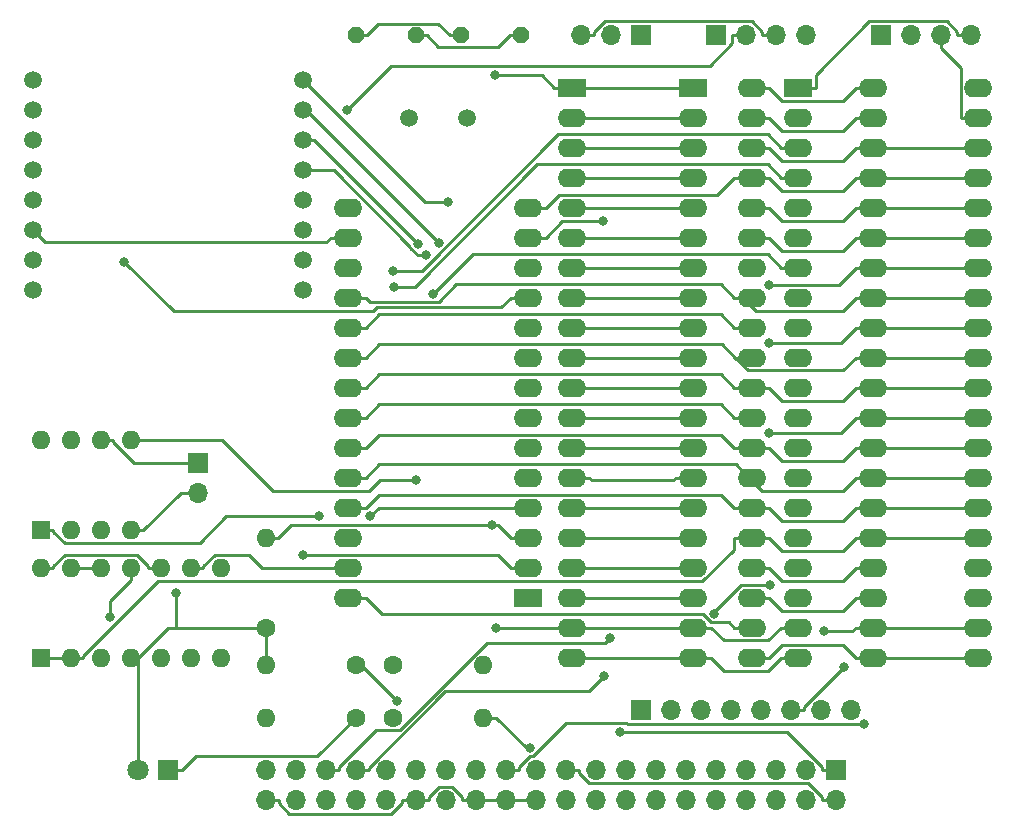
<source format=gtl>
G04 #@! TF.GenerationSoftware,KiCad,Pcbnew,(6.0.5)*
G04 #@! TF.CreationDate,2022-11-12T18:47:06+01:00*
G04 #@! TF.ProjectId,Link232-wifi,4c696e6b-3233-4322-9d77-6966692e6b69,rev?*
G04 #@! TF.SameCoordinates,Original*
G04 #@! TF.FileFunction,Copper,L1,Top*
G04 #@! TF.FilePolarity,Positive*
%FSLAX46Y46*%
G04 Gerber Fmt 4.6, Leading zero omitted, Abs format (unit mm)*
G04 Created by KiCad (PCBNEW (6.0.5)) date 2022-11-12 18:47:06*
%MOMM*%
%LPD*%
G01*
G04 APERTURE LIST*
G04 Aperture macros list*
%AMOutline5P*
0 Free polygon, 5 corners , with rotation*
0 The origin of the aperture is its center*
0 number of corners: always 5*
0 $1 to $10 corner X, Y*
0 $11 Rotation angle, in degrees counterclockwise*
0 create outline with 5 corners*
4,1,5,$1,$2,$3,$4,$5,$6,$7,$8,$9,$10,$1,$2,$11*%
%AMOutline6P*
0 Free polygon, 6 corners , with rotation*
0 The origin of the aperture is its center*
0 number of corners: always 6*
0 $1 to $12 corner X, Y*
0 $13 Rotation angle, in degrees counterclockwise*
0 create outline with 6 corners*
4,1,6,$1,$2,$3,$4,$5,$6,$7,$8,$9,$10,$11,$12,$1,$2,$13*%
%AMOutline7P*
0 Free polygon, 7 corners , with rotation*
0 The origin of the aperture is its center*
0 number of corners: always 7*
0 $1 to $14 corner X, Y*
0 $15 Rotation angle, in degrees counterclockwise*
0 create outline with 7 corners*
4,1,7,$1,$2,$3,$4,$5,$6,$7,$8,$9,$10,$11,$12,$13,$14,$1,$2,$15*%
%AMOutline8P*
0 Free polygon, 8 corners , with rotation*
0 The origin of the aperture is its center*
0 number of corners: always 8*
0 $1 to $16 corner X, Y*
0 $17 Rotation angle, in degrees counterclockwise*
0 create outline with 8 corners*
4,1,8,$1,$2,$3,$4,$5,$6,$7,$8,$9,$10,$11,$12,$13,$14,$15,$16,$1,$2,$17*%
G04 Aperture macros list end*
G04 #@! TA.AperFunction,ComponentPad*
%ADD10C,1.600000*%
G04 #@! TD*
G04 #@! TA.AperFunction,ComponentPad*
%ADD11O,1.600000X1.600000*%
G04 #@! TD*
G04 #@! TA.AperFunction,ComponentPad*
%ADD12R,1.700000X1.700000*%
G04 #@! TD*
G04 #@! TA.AperFunction,ComponentPad*
%ADD13O,1.700000X1.700000*%
G04 #@! TD*
G04 #@! TA.AperFunction,ComponentPad*
%ADD14R,1.600000X1.600000*%
G04 #@! TD*
G04 #@! TA.AperFunction,ComponentPad*
%ADD15R,2.400000X1.600000*%
G04 #@! TD*
G04 #@! TA.AperFunction,ComponentPad*
%ADD16O,2.400000X1.600000*%
G04 #@! TD*
G04 #@! TA.AperFunction,ComponentPad*
%ADD17Outline8P,-0.660400X0.330200X-0.330200X0.660400X0.330200X0.660400X0.660400X0.330200X0.660400X-0.330200X0.330200X-0.660400X-0.330200X-0.660400X-0.660400X-0.330200X180.000000*%
G04 #@! TD*
G04 #@! TA.AperFunction,ComponentPad*
%ADD18C,1.500000*%
G04 #@! TD*
G04 #@! TA.AperFunction,ComponentPad*
%ADD19R,1.800000X1.800000*%
G04 #@! TD*
G04 #@! TA.AperFunction,ComponentPad*
%ADD20C,1.800000*%
G04 #@! TD*
G04 #@! TA.AperFunction,ComponentPad*
%ADD21C,1.508000*%
G04 #@! TD*
G04 #@! TA.AperFunction,ViaPad*
%ADD22C,0.800000*%
G04 #@! TD*
G04 #@! TA.AperFunction,Conductor*
%ADD23C,0.250000*%
G04 #@! TD*
G04 APERTURE END LIST*
D10*
X83820000Y-95885000D03*
D11*
X91440000Y-95885000D03*
D12*
X104775000Y-95250000D03*
D13*
X107315000Y-95250000D03*
X109855000Y-95250000D03*
X112395000Y-95250000D03*
X114935000Y-95250000D03*
X117475000Y-95250000D03*
X120015000Y-95250000D03*
X122555000Y-95250000D03*
D14*
X53985000Y-80000000D03*
D11*
X56525000Y-80000000D03*
X59065000Y-80000000D03*
X61605000Y-80000000D03*
X61605000Y-72380000D03*
X59065000Y-72380000D03*
X56525000Y-72380000D03*
X53985000Y-72380000D03*
D10*
X73025000Y-88265000D03*
D11*
X73025000Y-80645000D03*
D10*
X80645000Y-91440000D03*
D11*
X73025000Y-91440000D03*
D12*
X111135000Y-38100000D03*
D13*
X113675000Y-38100000D03*
X116215000Y-38100000D03*
X118755000Y-38100000D03*
D12*
X125105000Y-38100000D03*
D13*
X127645000Y-38100000D03*
X130185000Y-38100000D03*
X132725000Y-38100000D03*
D15*
X98933000Y-42545000D03*
D16*
X98933000Y-45085000D03*
X98933000Y-47625000D03*
X98933000Y-50165000D03*
X98933000Y-52705000D03*
X98933000Y-55245000D03*
X98933000Y-57785000D03*
X98933000Y-60325000D03*
X98933000Y-62865000D03*
X98933000Y-65405000D03*
X98933000Y-67945000D03*
X98933000Y-70485000D03*
X98933000Y-73025000D03*
X98933000Y-75565000D03*
X98933000Y-78105000D03*
X98933000Y-80645000D03*
X98933000Y-83185000D03*
X98933000Y-85725000D03*
X98933000Y-88265000D03*
X98933000Y-90805000D03*
X114173000Y-90805000D03*
X114173000Y-88265000D03*
X114173000Y-85725000D03*
X114173000Y-83185000D03*
X114173000Y-80645000D03*
X114173000Y-78105000D03*
X114173000Y-75565000D03*
X114173000Y-73025000D03*
X114173000Y-70485000D03*
X114173000Y-67945000D03*
X114173000Y-65405000D03*
X114173000Y-62865000D03*
X114173000Y-60325000D03*
X114173000Y-57785000D03*
X114173000Y-55245000D03*
X114173000Y-52705000D03*
X114173000Y-50165000D03*
X114173000Y-47625000D03*
X114173000Y-45085000D03*
X114173000Y-42545000D03*
D15*
X118110000Y-42545000D03*
D16*
X118110000Y-45085000D03*
X118110000Y-47625000D03*
X118110000Y-50165000D03*
X118110000Y-52705000D03*
X118110000Y-55245000D03*
X118110000Y-57785000D03*
X118110000Y-60325000D03*
X118110000Y-62865000D03*
X118110000Y-65405000D03*
X118110000Y-67945000D03*
X118110000Y-70485000D03*
X118110000Y-73025000D03*
X118110000Y-75565000D03*
X118110000Y-78105000D03*
X118110000Y-80645000D03*
X118110000Y-83185000D03*
X118110000Y-85725000D03*
X118110000Y-88265000D03*
X118110000Y-90805000D03*
X133350000Y-90805000D03*
X133350000Y-88265000D03*
X133350000Y-85725000D03*
X133350000Y-83185000D03*
X133350000Y-80645000D03*
X133350000Y-78105000D03*
X133350000Y-75565000D03*
X133350000Y-73025000D03*
X133350000Y-70485000D03*
X133350000Y-67945000D03*
X133350000Y-65405000D03*
X133350000Y-62865000D03*
X133350000Y-60325000D03*
X133350000Y-57785000D03*
X133350000Y-55245000D03*
X133350000Y-52705000D03*
X133350000Y-50165000D03*
X133350000Y-47625000D03*
X133350000Y-45085000D03*
X133350000Y-42545000D03*
D17*
X94615000Y-38100000D03*
X89535000Y-38100000D03*
X85725000Y-38100000D03*
X80645000Y-38100000D03*
D18*
X90080000Y-45085000D03*
X85200000Y-45085000D03*
D15*
X95255000Y-85740000D03*
D16*
X95255000Y-83200000D03*
X95255000Y-80660000D03*
X95255000Y-78120000D03*
X95255000Y-75580000D03*
X95255000Y-73040000D03*
X95255000Y-70500000D03*
X95255000Y-67960000D03*
X95255000Y-65420000D03*
X95255000Y-62880000D03*
X95255000Y-60340000D03*
X95255000Y-57800000D03*
X95255000Y-55260000D03*
X95255000Y-52720000D03*
X80015000Y-52720000D03*
X80015000Y-55260000D03*
X80015000Y-57800000D03*
X80015000Y-60340000D03*
X80015000Y-62880000D03*
X80015000Y-65420000D03*
X80015000Y-67960000D03*
X80015000Y-70500000D03*
X80015000Y-73040000D03*
X80015000Y-75580000D03*
X80015000Y-78120000D03*
X80015000Y-80660000D03*
X80015000Y-83200000D03*
X80015000Y-85740000D03*
D14*
X53975000Y-90805000D03*
D11*
X56515000Y-90805000D03*
X59055000Y-90805000D03*
X61595000Y-90805000D03*
X64135000Y-90805000D03*
X66675000Y-90805000D03*
X69215000Y-90805000D03*
X69215000Y-83185000D03*
X66675000Y-83185000D03*
X64135000Y-83185000D03*
X61595000Y-83185000D03*
X59055000Y-83185000D03*
X56515000Y-83185000D03*
X53975000Y-83185000D03*
D10*
X80645000Y-95885000D03*
D11*
X73025000Y-95885000D03*
D10*
X83820000Y-91440000D03*
D11*
X91440000Y-91440000D03*
D19*
X64770000Y-100330000D03*
D20*
X62230000Y-100330000D03*
D21*
X53340000Y-41910000D03*
X53340000Y-44450000D03*
X53340000Y-46990000D03*
X53340000Y-49530000D03*
X53340000Y-52070000D03*
X53340000Y-54610000D03*
X53340000Y-57150000D03*
X53340000Y-59690000D03*
X76200000Y-41910000D03*
X76200000Y-44450000D03*
X76200000Y-46990000D03*
X76200000Y-49530000D03*
X76200000Y-52070000D03*
X76200000Y-54610000D03*
X76200000Y-57150000D03*
X76200000Y-59690000D03*
D12*
X121280000Y-100325000D03*
D13*
X121280000Y-102865000D03*
X118740000Y-100325000D03*
X118740000Y-102865000D03*
X116200000Y-100325000D03*
X116200000Y-102865000D03*
X113660000Y-100325000D03*
X113660000Y-102865000D03*
X111120000Y-100325000D03*
X111120000Y-102865000D03*
X108580000Y-100325000D03*
X108580000Y-102865000D03*
X106040000Y-100325000D03*
X106040000Y-102865000D03*
X103500000Y-100325000D03*
X103500000Y-102865000D03*
X100960000Y-100325000D03*
X100960000Y-102865000D03*
X98420000Y-100325000D03*
X98420000Y-102865000D03*
X95880000Y-100325000D03*
X95880000Y-102865000D03*
X93340000Y-100325000D03*
X93340000Y-102865000D03*
X90800000Y-100325000D03*
X90800000Y-102865000D03*
X88260000Y-100325000D03*
X88260000Y-102865000D03*
X85720000Y-100325000D03*
X85720000Y-102865000D03*
X83180000Y-100325000D03*
X83180000Y-102865000D03*
X80640000Y-100325000D03*
X80640000Y-102865000D03*
X78100000Y-100325000D03*
X78100000Y-102865000D03*
X75560000Y-100325000D03*
X75560000Y-102865000D03*
X73020000Y-100325000D03*
X73020000Y-102865000D03*
D12*
X104775000Y-38100000D03*
D13*
X102235000Y-38100000D03*
X99695000Y-38100000D03*
D15*
X109240000Y-42550000D03*
D16*
X109240000Y-45090000D03*
X109240000Y-47630000D03*
X109240000Y-50170000D03*
X109240000Y-52710000D03*
X109240000Y-55250000D03*
X109240000Y-57790000D03*
X109240000Y-60330000D03*
X109240000Y-62870000D03*
X109240000Y-65410000D03*
X109240000Y-67950000D03*
X109240000Y-70490000D03*
X109240000Y-73030000D03*
X109240000Y-75570000D03*
X109240000Y-78110000D03*
X109240000Y-80650000D03*
X109240000Y-83190000D03*
X109240000Y-85730000D03*
X109240000Y-88270000D03*
X109240000Y-90810000D03*
X124480000Y-90810000D03*
X124480000Y-88270000D03*
X124480000Y-85730000D03*
X124480000Y-83190000D03*
X124480000Y-80650000D03*
X124480000Y-78110000D03*
X124480000Y-75570000D03*
X124480000Y-73030000D03*
X124480000Y-70490000D03*
X124480000Y-67950000D03*
X124480000Y-65410000D03*
X124480000Y-62870000D03*
X124480000Y-60330000D03*
X124480000Y-57790000D03*
X124480000Y-55250000D03*
X124480000Y-52710000D03*
X124480000Y-50170000D03*
X124480000Y-47630000D03*
X124480000Y-45090000D03*
X124480000Y-42550000D03*
D12*
X67310000Y-74295000D03*
D13*
X67310000Y-76835000D03*
D22*
X92156200Y-79567400D03*
X77570000Y-78855200D03*
X115650700Y-59247200D03*
X103015300Y-97077600D03*
X81894000Y-78855200D03*
X92405200Y-41493500D03*
X76200000Y-82122200D03*
X65470600Y-85323200D03*
X85958200Y-55831200D03*
X86597300Y-56762300D03*
X87694500Y-55668500D03*
X61068200Y-57291000D03*
X88497600Y-52241500D03*
X101591500Y-53873900D03*
X115650700Y-64135000D03*
X115650700Y-71755000D03*
X120266500Y-88580900D03*
X79904000Y-44442600D03*
X59830500Y-87343500D03*
X92536300Y-88265000D03*
X85765000Y-75733700D03*
X83793500Y-58069800D03*
X83883800Y-59427700D03*
X123721000Y-96470600D03*
X87201900Y-60054100D03*
X101677000Y-92382400D03*
X102163900Y-89166600D03*
X115722600Y-84647200D03*
X110985300Y-87110100D03*
X121991400Y-91629100D03*
X95380600Y-98491600D03*
X84119500Y-94459900D03*
D23*
X74102700Y-80645000D02*
X75180300Y-79567400D01*
X92684700Y-79567400D02*
X92156200Y-79567400D01*
X95255000Y-80660000D02*
X93777300Y-80660000D01*
X73025000Y-80645000D02*
X74102700Y-80645000D01*
X75180300Y-79567400D02*
X92156200Y-79567400D01*
X93777300Y-80660000D02*
X92684700Y-79567400D01*
X82629200Y-78120000D02*
X81894000Y-78855200D01*
X133350000Y-57785000D02*
X125962700Y-57785000D01*
X67467600Y-81077700D02*
X56005600Y-81077700D01*
X121280000Y-100325000D02*
X120152300Y-100325000D01*
X117186800Y-97077600D02*
X120152300Y-100043100D01*
X55062700Y-80134800D02*
X55062700Y-80000000D01*
X124480000Y-57790000D02*
X125957700Y-57790000D01*
X123002300Y-57790000D02*
X121545100Y-59247200D01*
X53985000Y-80000000D02*
X55062700Y-80000000D01*
X120152300Y-100043100D02*
X120152300Y-100325000D01*
X125962700Y-57785000D02*
X125957700Y-57790000D01*
X124480000Y-57790000D02*
X123002300Y-57790000D01*
X69690100Y-78855200D02*
X67467600Y-81077700D01*
X77570000Y-78855200D02*
X69690100Y-78855200D01*
X103015300Y-97077600D02*
X117186800Y-97077600D01*
X121545100Y-59247200D02*
X115650700Y-59247200D01*
X95255000Y-78120000D02*
X82629200Y-78120000D01*
X56005600Y-81077700D02*
X55062700Y-80134800D01*
X64770000Y-100330000D02*
X65947700Y-100330000D01*
X67125400Y-99152300D02*
X77377700Y-99152300D01*
X65947700Y-100330000D02*
X67125400Y-99152300D01*
X77377700Y-99152300D02*
X80645000Y-95885000D01*
X118973600Y-101452700D02*
X120152300Y-102631400D01*
X88595600Y-38100000D02*
X87627500Y-37131900D01*
X86847700Y-102631300D02*
X86847700Y-102865000D01*
X121280000Y-102865000D02*
X120152300Y-102865000D01*
X85720000Y-102865000D02*
X84592300Y-102865000D01*
X98933000Y-42545000D02*
X97455300Y-42545000D01*
X120152300Y-102631400D02*
X120152300Y-102865000D01*
X99547700Y-100325000D02*
X99547700Y-100607000D01*
X92405200Y-41493500D02*
X96403800Y-41493500D01*
X124108900Y-36946100D02*
X130677000Y-36946100D01*
X65847700Y-76835000D02*
X62682700Y-80000000D01*
X88823400Y-101734200D02*
X87744800Y-101734200D01*
X85720000Y-102865000D02*
X86847700Y-102865000D01*
X107757300Y-42545000D02*
X107762300Y-42550000D01*
X98933000Y-42545000D02*
X107757300Y-42545000D01*
X67310000Y-76835000D02*
X65847700Y-76835000D01*
X130677000Y-36946100D02*
X131597300Y-37866400D01*
X98420000Y-100325000D02*
X99547700Y-100325000D01*
X132725000Y-38100000D02*
X131597300Y-38100000D01*
X89672300Y-102583100D02*
X88823400Y-101734200D01*
X131597300Y-37866400D02*
X131597300Y-38100000D01*
X74147700Y-102865000D02*
X74147700Y-103146900D01*
X87627500Y-37131900D02*
X82552500Y-37131900D01*
X80645000Y-38100000D02*
X81584400Y-38100000D01*
X84592300Y-103098600D02*
X84592300Y-102865000D01*
X93340000Y-102865000D02*
X90800000Y-102865000D01*
X118110000Y-42545000D02*
X119587700Y-42545000D01*
X82552500Y-37131900D02*
X81584400Y-38100000D01*
X75022200Y-104021400D02*
X83669500Y-104021400D01*
X93340000Y-102865000D02*
X95880000Y-102865000D01*
X96403800Y-41493500D02*
X97455300Y-42545000D01*
X90800000Y-102865000D02*
X89672300Y-102865000D01*
X99547700Y-100607000D02*
X100393400Y-101452700D01*
X61605000Y-80000000D02*
X62682700Y-80000000D01*
X119587700Y-41467300D02*
X124108900Y-36946100D01*
X83669500Y-104021400D02*
X84592300Y-103098600D01*
X73020000Y-102865000D02*
X74147700Y-102865000D01*
X109240000Y-42550000D02*
X107762300Y-42550000D01*
X119587700Y-42545000D02*
X119587700Y-41467300D01*
X89535000Y-38100000D02*
X88595600Y-38100000D01*
X87744800Y-101734200D02*
X86847700Y-102631300D01*
X100393400Y-101452700D02*
X118973600Y-101452700D01*
X89672300Y-102865000D02*
X89672300Y-102583100D01*
X74147700Y-103146900D02*
X75022200Y-104021400D01*
X94615000Y-38100000D02*
X93675600Y-38100000D01*
X95255000Y-83200000D02*
X93777300Y-83200000D01*
X73025000Y-88265000D02*
X65470600Y-88265000D01*
X93777300Y-83200000D02*
X92699500Y-82122200D01*
X65470600Y-88265000D02*
X64770000Y-88265000D01*
X93675600Y-38100000D02*
X92687500Y-39088100D01*
X109240000Y-90810000D02*
X110717700Y-90810000D01*
X109240000Y-90810000D02*
X107762300Y-90810000D01*
X118110000Y-90805000D02*
X116632300Y-90805000D01*
X62114200Y-82107200D02*
X56018800Y-82107200D01*
X85725000Y-38100000D02*
X86664400Y-38100000D01*
X63057300Y-83050300D02*
X62114200Y-82107200D01*
X64135000Y-83185000D02*
X63057300Y-83185000D01*
X56018800Y-82107200D02*
X55052700Y-83073300D01*
X64770000Y-88265000D02*
X62230000Y-90805000D01*
X53975000Y-83185000D02*
X55052700Y-83185000D01*
X111814800Y-91907100D02*
X110717700Y-90810000D01*
X63057300Y-83185000D02*
X63057300Y-83050300D01*
X61595000Y-90805000D02*
X62230000Y-90805000D01*
X65470600Y-88265000D02*
X65470600Y-85323200D01*
X116632300Y-90805000D02*
X115530200Y-91907100D01*
X115530200Y-91907100D02*
X111814800Y-91907100D01*
X55052700Y-83073300D02*
X55052700Y-83185000D01*
X107757300Y-90805000D02*
X107762300Y-90810000D01*
X92687500Y-39088100D02*
X87652500Y-39088100D01*
X73025000Y-91440000D02*
X73025000Y-90362300D01*
X73025000Y-88265000D02*
X73025000Y-90362300D01*
X92699500Y-82122200D02*
X76200000Y-82122200D01*
X87652500Y-39088100D02*
X86664400Y-38100000D01*
X98933000Y-90805000D02*
X107757300Y-90805000D01*
X62230000Y-100330000D02*
X62230000Y-90805000D01*
X56515000Y-83185000D02*
X59055000Y-83185000D01*
X76200000Y-46990000D02*
X77117000Y-46990000D01*
X77117000Y-46990000D02*
X85958200Y-55831200D01*
X85904000Y-56762300D02*
X86597300Y-56762300D01*
X85280400Y-56138700D02*
X85904000Y-56762300D01*
X85280400Y-56034800D02*
X85280400Y-56138700D01*
X78775600Y-49530000D02*
X85280400Y-56034800D01*
X76200000Y-49530000D02*
X78775600Y-49530000D01*
X76476000Y-44450000D02*
X76200000Y-44450000D01*
X87694500Y-55668500D02*
X76476000Y-44450000D01*
X82473600Y-61134500D02*
X92982800Y-61134500D01*
X65228400Y-61451200D02*
X82156900Y-61451200D01*
X92982800Y-61134500D02*
X93777300Y-60340000D01*
X95255000Y-60340000D02*
X93777300Y-60340000D01*
X61068200Y-57291000D02*
X65228400Y-61451200D01*
X82156900Y-61451200D02*
X82473600Y-61134500D01*
X86531500Y-52241500D02*
X76200000Y-41910000D01*
X88497600Y-52241500D02*
X86531500Y-52241500D01*
X125962700Y-47625000D02*
X125957700Y-47630000D01*
X121909500Y-48722800D02*
X116748500Y-48722800D01*
X123002300Y-47630000D02*
X121909500Y-48722800D01*
X114173000Y-47625000D02*
X115650700Y-47625000D01*
X96732700Y-55260000D02*
X98118800Y-53873900D01*
X133350000Y-47625000D02*
X125962700Y-47625000D01*
X98118800Y-53873900D02*
X101591500Y-53873900D01*
X95255000Y-55260000D02*
X96732700Y-55260000D01*
X124480000Y-47630000D02*
X123002300Y-47630000D01*
X124480000Y-47630000D02*
X125957700Y-47630000D01*
X116748500Y-48722800D02*
X115650700Y-47625000D01*
X133350000Y-50165000D02*
X125962700Y-50165000D01*
X111233100Y-51627200D02*
X112695300Y-50165000D01*
X116748500Y-51262800D02*
X115650700Y-50165000D01*
X97825500Y-51627200D02*
X111233100Y-51627200D01*
X123002300Y-50170000D02*
X121909500Y-51262800D01*
X124480000Y-50170000D02*
X123002300Y-50170000D01*
X114173000Y-50165000D02*
X112695300Y-50165000D01*
X124480000Y-50170000D02*
X125957700Y-50170000D01*
X114173000Y-50165000D02*
X115650700Y-50165000D01*
X125962700Y-50165000D02*
X125957700Y-50170000D01*
X96732700Y-52720000D02*
X97825500Y-51627200D01*
X121909500Y-51262800D02*
X116748500Y-51262800D01*
X95255000Y-52720000D02*
X96732700Y-52720000D01*
X78149800Y-55647500D02*
X54377500Y-55647500D01*
X78537300Y-55260000D02*
X78149800Y-55647500D01*
X54377500Y-55647500D02*
X53340000Y-54610000D01*
X80015000Y-55260000D02*
X78537300Y-55260000D01*
X125962700Y-60325000D02*
X125957700Y-60330000D01*
X81492700Y-60340000D02*
X81884500Y-60731800D01*
X87665100Y-60731800D02*
X89178700Y-59218200D01*
X133350000Y-60325000D02*
X125962700Y-60325000D01*
X124480000Y-60330000D02*
X123002300Y-60330000D01*
X111588500Y-59218200D02*
X112695300Y-60325000D01*
X81884500Y-60731800D02*
X87665100Y-60731800D01*
X113434200Y-60325000D02*
X112695300Y-60325000D01*
X124480000Y-60330000D02*
X125957700Y-60330000D01*
X114532000Y-61422800D02*
X121909500Y-61422800D01*
X114173000Y-60325000D02*
X113434200Y-60325000D01*
X121909500Y-61422800D02*
X123002300Y-60330000D01*
X80015000Y-60340000D02*
X81492700Y-60340000D01*
X89178700Y-59218200D02*
X111588500Y-59218200D01*
X113434200Y-60325000D02*
X114532000Y-61422800D01*
X82614500Y-61758200D02*
X111588500Y-61758200D01*
X81492700Y-62880000D02*
X82614500Y-61758200D01*
X131867300Y-62870000D02*
X131872300Y-62865000D01*
X124029700Y-62870000D02*
X123002300Y-62870000D01*
X80015000Y-62880000D02*
X81492700Y-62880000D01*
X123002300Y-62870000D02*
X121737300Y-64135000D01*
X124480000Y-62870000D02*
X131867300Y-62870000D01*
X121737300Y-64135000D02*
X115650700Y-64135000D01*
X124029700Y-62870000D02*
X124480000Y-62870000D01*
X133350000Y-62865000D02*
X131872300Y-62865000D01*
X111588500Y-61758200D02*
X112695300Y-62865000D01*
X114173000Y-62865000D02*
X112695300Y-62865000D01*
X112799600Y-65405000D02*
X113877300Y-66482700D01*
X124480000Y-65410000D02*
X125957700Y-65410000D01*
X121929600Y-66482700D02*
X123002300Y-65410000D01*
X80015000Y-65420000D02*
X81492700Y-65420000D01*
X82614500Y-64298200D02*
X81492700Y-65420000D01*
X125962700Y-65405000D02*
X125957700Y-65410000D01*
X133350000Y-65405000D02*
X125962700Y-65405000D01*
X112799600Y-65405000D02*
X111692800Y-64298200D01*
X111692800Y-64298200D02*
X82614500Y-64298200D01*
X113877300Y-66482700D02*
X121929600Y-66482700D01*
X124480000Y-65410000D02*
X123002300Y-65410000D01*
X114173000Y-65405000D02*
X112799600Y-65405000D01*
X125962700Y-67945000D02*
X125957700Y-67950000D01*
X82618500Y-66834200D02*
X111584500Y-66834200D01*
X115650700Y-67945000D02*
X116748500Y-69042800D01*
X114173000Y-67945000D02*
X115650700Y-67945000D01*
X116748500Y-69042800D02*
X121909500Y-69042800D01*
X133350000Y-67945000D02*
X125962700Y-67945000D01*
X121909500Y-69042800D02*
X123002300Y-67950000D01*
X124480000Y-67950000D02*
X125957700Y-67950000D01*
X81492700Y-67960000D02*
X82618500Y-66834200D01*
X80015000Y-67960000D02*
X81492700Y-67960000D01*
X114173000Y-67945000D02*
X112695300Y-67945000D01*
X124480000Y-67950000D02*
X123002300Y-67950000D01*
X111584500Y-66834200D02*
X112695300Y-67945000D01*
X123002300Y-70490000D02*
X121737300Y-71755000D01*
X124029700Y-70490000D02*
X123002300Y-70490000D01*
X133350000Y-70485000D02*
X131872300Y-70485000D01*
X82614500Y-69378200D02*
X111588500Y-69378200D01*
X80015000Y-70500000D02*
X81492700Y-70500000D01*
X114173000Y-70485000D02*
X112695300Y-70485000D01*
X81492700Y-70500000D02*
X82614500Y-69378200D01*
X111588500Y-69378200D02*
X112695300Y-70485000D01*
X124480000Y-70490000D02*
X131867300Y-70490000D01*
X121737300Y-71755000D02*
X115650700Y-71755000D01*
X131867300Y-70490000D02*
X131872300Y-70485000D01*
X124029700Y-70490000D02*
X124480000Y-70490000D01*
X115650700Y-73025000D02*
X116762500Y-74136800D01*
X114173000Y-73025000D02*
X115650700Y-73025000D01*
X125962700Y-73025000D02*
X125957700Y-73030000D01*
X80015000Y-73040000D02*
X81492700Y-73040000D01*
X111598600Y-71928300D02*
X112695300Y-73025000D01*
X124480000Y-73030000D02*
X125957700Y-73030000D01*
X81492700Y-73040000D02*
X82604400Y-71928300D01*
X133350000Y-73025000D02*
X125962700Y-73025000D01*
X121895500Y-74136800D02*
X123002300Y-73030000D01*
X114173000Y-73025000D02*
X112695300Y-73025000D01*
X82604400Y-71928300D02*
X111598600Y-71928300D01*
X124480000Y-73030000D02*
X123002300Y-73030000D01*
X116762500Y-74136800D02*
X121895500Y-74136800D01*
X133350000Y-75565000D02*
X125962700Y-75565000D01*
X80015000Y-75580000D02*
X81492700Y-75580000D01*
X121909500Y-76662800D02*
X123002300Y-75570000D01*
X114173000Y-75565000D02*
X113988900Y-75565000D01*
X125962700Y-75565000D02*
X125957700Y-75570000D01*
X113988900Y-75565000D02*
X112882000Y-74458100D01*
X82614600Y-74458100D02*
X81492700Y-75580000D01*
X124480000Y-75570000D02*
X125957700Y-75570000D01*
X115086700Y-76662800D02*
X121909500Y-76662800D01*
X124480000Y-75570000D02*
X123002300Y-75570000D01*
X112882000Y-74458100D02*
X82614600Y-74458100D01*
X113988900Y-75565000D02*
X115086700Y-76662800D01*
X124480000Y-78110000D02*
X125957700Y-78110000D01*
X114173000Y-78105000D02*
X115650700Y-78105000D01*
X81492700Y-78120000D02*
X82603400Y-77009300D01*
X111599600Y-77009300D02*
X112695300Y-78105000D01*
X121909500Y-79202800D02*
X116748500Y-79202800D01*
X125962700Y-78105000D02*
X125957700Y-78110000D01*
X80015000Y-78120000D02*
X81492700Y-78120000D01*
X116748500Y-79202800D02*
X115650700Y-78105000D01*
X123002300Y-78110000D02*
X121909500Y-79202800D01*
X124480000Y-78110000D02*
X123002300Y-78110000D01*
X114173000Y-78105000D02*
X112695300Y-78105000D01*
X82603400Y-77009300D02*
X111599600Y-77009300D01*
X133350000Y-78105000D02*
X125962700Y-78105000D01*
X124480000Y-88270000D02*
X125957700Y-88270000D01*
X110704600Y-87787800D02*
X112218100Y-87787800D01*
X133350000Y-88265000D02*
X125962700Y-88265000D01*
X80015000Y-85740000D02*
X81492700Y-85740000D01*
X110026900Y-87110100D02*
X110704600Y-87787800D01*
X124480000Y-88270000D02*
X123002300Y-88270000D01*
X82862800Y-87110100D02*
X110026900Y-87110100D01*
X122691400Y-88580900D02*
X120266500Y-88580900D01*
X123002300Y-88270000D02*
X122691400Y-88580900D01*
X125962700Y-88265000D02*
X125957700Y-88270000D01*
X112218100Y-87787800D02*
X112695300Y-88265000D01*
X114173000Y-88265000D02*
X112695300Y-88265000D01*
X81492700Y-85740000D02*
X82862800Y-87110100D01*
X133350000Y-80645000D02*
X125962700Y-80645000D01*
X116762500Y-81756800D02*
X121895500Y-81756800D01*
X56515000Y-90805000D02*
X53975000Y-90805000D01*
X124480000Y-80650000D02*
X125957700Y-80650000D01*
X114623400Y-80645000D02*
X115650700Y-80645000D01*
X114623400Y-80645000D02*
X114173000Y-80645000D01*
X57592700Y-90690900D02*
X57592700Y-90805000D01*
X112695300Y-81660900D02*
X110013100Y-84343100D01*
X125962700Y-80645000D02*
X125957700Y-80650000D01*
X115650700Y-80645000D02*
X116762500Y-81756800D01*
X56515000Y-90805000D02*
X57592700Y-90805000D01*
X63940500Y-84343100D02*
X57592700Y-90690900D01*
X110013100Y-84343100D02*
X63940500Y-84343100D01*
X114173000Y-80645000D02*
X112695300Y-80645000D01*
X121895500Y-81756800D02*
X123002300Y-80650000D01*
X112695300Y-80645000D02*
X112695300Y-81660900D01*
X124480000Y-80650000D02*
X123002300Y-80650000D01*
X59830500Y-86027200D02*
X59830500Y-87343500D01*
X61595000Y-84262700D02*
X59830500Y-86027200D01*
X110618000Y-40734100D02*
X83612500Y-40734100D01*
X113675000Y-38100000D02*
X112547300Y-38100000D01*
X112547300Y-38804800D02*
X110618000Y-40734100D01*
X112547300Y-38100000D02*
X112547300Y-38804800D01*
X61595000Y-83185000D02*
X61595000Y-84262700D01*
X83612500Y-40734100D02*
X79904000Y-44442600D01*
X68731200Y-82094800D02*
X71578900Y-82094800D01*
X80015000Y-83200000D02*
X78537300Y-83200000D01*
X67752700Y-83185000D02*
X67752700Y-83073300D01*
X72684100Y-83200000D02*
X78537300Y-83200000D01*
X66675000Y-83185000D02*
X67752700Y-83185000D01*
X71578900Y-82094800D02*
X72684100Y-83200000D01*
X67752700Y-83073300D02*
X68731200Y-82094800D01*
X107757300Y-45085000D02*
X107762300Y-45090000D01*
X98933000Y-45085000D02*
X107757300Y-45085000D01*
X109240000Y-45090000D02*
X107762300Y-45090000D01*
X109240000Y-47630000D02*
X107762300Y-47630000D01*
X107757300Y-47625000D02*
X107762300Y-47630000D01*
X98933000Y-47625000D02*
X107757300Y-47625000D01*
X109240000Y-50170000D02*
X107762300Y-50170000D01*
X98933000Y-50165000D02*
X107757300Y-50165000D01*
X107757300Y-50165000D02*
X107762300Y-50170000D01*
X98933000Y-52705000D02*
X107757300Y-52705000D01*
X107757300Y-52705000D02*
X107762300Y-52710000D01*
X109240000Y-52710000D02*
X107762300Y-52710000D01*
X109240000Y-55250000D02*
X107762300Y-55250000D01*
X107757300Y-55245000D02*
X107762300Y-55250000D01*
X98933000Y-55245000D02*
X107757300Y-55245000D01*
X107757300Y-57785000D02*
X107762300Y-57790000D01*
X98933000Y-57785000D02*
X107757300Y-57785000D01*
X109240000Y-57790000D02*
X107762300Y-57790000D01*
X107757300Y-60325000D02*
X107762300Y-60330000D01*
X98933000Y-60325000D02*
X107757300Y-60325000D01*
X109240000Y-60330000D02*
X107762300Y-60330000D01*
X107757300Y-62865000D02*
X107762300Y-62870000D01*
X98933000Y-62865000D02*
X107757300Y-62865000D01*
X109240000Y-62870000D02*
X107762300Y-62870000D01*
X109240000Y-65410000D02*
X107762300Y-65410000D01*
X98933000Y-65405000D02*
X107757300Y-65405000D01*
X107757300Y-65405000D02*
X107762300Y-65410000D01*
X107757300Y-67945000D02*
X107762300Y-67950000D01*
X98933000Y-67945000D02*
X107757300Y-67945000D01*
X109240000Y-67950000D02*
X107762300Y-67950000D01*
X107762300Y-70490000D02*
X107757300Y-70485000D01*
X98933000Y-70485000D02*
X100410700Y-70485000D01*
X109240000Y-70490000D02*
X107762300Y-70490000D01*
X107757300Y-70485000D02*
X100410700Y-70485000D01*
X107757300Y-73025000D02*
X107762300Y-73030000D01*
X100410700Y-73025000D02*
X107757300Y-73025000D01*
X109240000Y-73030000D02*
X107762300Y-73030000D01*
X98933000Y-73025000D02*
X100410700Y-73025000D01*
X107526400Y-75805900D02*
X107762300Y-75570000D01*
X100651600Y-75805900D02*
X107526400Y-75805900D01*
X109240000Y-75570000D02*
X107762300Y-75570000D01*
X98933000Y-75565000D02*
X100410700Y-75565000D01*
X100410700Y-75565000D02*
X100651600Y-75805900D01*
X109240000Y-78110000D02*
X107762300Y-78110000D01*
X107757300Y-78105000D02*
X98933000Y-78105000D01*
X107762300Y-78110000D02*
X107757300Y-78105000D01*
X98933000Y-80645000D02*
X107757300Y-80645000D01*
X107757300Y-80645000D02*
X107762300Y-80650000D01*
X109240000Y-80650000D02*
X107762300Y-80650000D01*
X107757300Y-83185000D02*
X107762300Y-83190000D01*
X98933000Y-83185000D02*
X107757300Y-83185000D01*
X109240000Y-83190000D02*
X107762300Y-83190000D01*
X98933000Y-85725000D02*
X107757300Y-85725000D01*
X109240000Y-85730000D02*
X107762300Y-85730000D01*
X107757300Y-85725000D02*
X107762300Y-85730000D01*
X69333800Y-72380000D02*
X61605000Y-72380000D01*
X118110000Y-88265000D02*
X116632300Y-88265000D01*
X98933000Y-88265000D02*
X92536300Y-88265000D01*
X85765000Y-75733700D02*
X82749000Y-75733700D01*
X109240000Y-88270000D02*
X107762300Y-88270000D01*
X82749000Y-75733700D02*
X81772200Y-76710500D01*
X116632300Y-88265000D02*
X115549500Y-89347800D01*
X111795500Y-89347800D02*
X110717700Y-88270000D01*
X107762300Y-88270000D02*
X107757300Y-88265000D01*
X81772200Y-76710500D02*
X73664300Y-76710500D01*
X73664300Y-76710500D02*
X69333800Y-72380000D01*
X115549500Y-89347800D02*
X111795500Y-89347800D01*
X109240000Y-88270000D02*
X110717700Y-88270000D01*
X107757300Y-88265000D02*
X98933000Y-88265000D01*
X114173000Y-85725000D02*
X115650700Y-85725000D01*
X121895500Y-86836800D02*
X123002300Y-85730000D01*
X124480000Y-85730000D02*
X123002300Y-85730000D01*
X115650700Y-85725000D02*
X116762500Y-86836800D01*
X116762500Y-86836800D02*
X121895500Y-86836800D01*
X116762500Y-84296800D02*
X121895500Y-84296800D01*
X115650700Y-83185000D02*
X116762500Y-84296800D01*
X114173000Y-83185000D02*
X115650700Y-83185000D01*
X124480000Y-83190000D02*
X123002300Y-83190000D01*
X121895500Y-84296800D02*
X123002300Y-83190000D01*
X123002300Y-55250000D02*
X121909500Y-56342800D01*
X121909500Y-56342800D02*
X116748500Y-56342800D01*
X125962700Y-55245000D02*
X125957700Y-55250000D01*
X114173000Y-55245000D02*
X115650700Y-55245000D01*
X124480000Y-55250000D02*
X125957700Y-55250000D01*
X116748500Y-56342800D02*
X115650700Y-55245000D01*
X133350000Y-55245000D02*
X125962700Y-55245000D01*
X124480000Y-55250000D02*
X123002300Y-55250000D01*
X133350000Y-52705000D02*
X125962700Y-52705000D01*
X114173000Y-52705000D02*
X115650700Y-52705000D01*
X125962700Y-52705000D02*
X125957700Y-52710000D01*
X124480000Y-52710000D02*
X123002300Y-52710000D01*
X124480000Y-52710000D02*
X125957700Y-52710000D01*
X116748500Y-53802800D02*
X121909500Y-53802800D01*
X115650700Y-52705000D02*
X116748500Y-53802800D01*
X121909500Y-53802800D02*
X123002300Y-52710000D01*
X124480000Y-45090000D02*
X123002300Y-45090000D01*
X121895500Y-46196800D02*
X123002300Y-45090000D01*
X114173000Y-45085000D02*
X115650700Y-45085000D01*
X115650700Y-45085000D02*
X116762500Y-46196800D01*
X116762500Y-46196800D02*
X121895500Y-46196800D01*
X114173000Y-42545000D02*
X115650700Y-42545000D01*
X116778100Y-43672400D02*
X121879900Y-43672400D01*
X124480000Y-42550000D02*
X123002300Y-42550000D01*
X115650700Y-42545000D02*
X116778100Y-43672400D01*
X121879900Y-43672400D02*
X123002300Y-42550000D01*
X97807700Y-46513700D02*
X115521000Y-46513700D01*
X115521000Y-46513700D02*
X116632300Y-47625000D01*
X83793500Y-58069800D02*
X86251600Y-58069800D01*
X118110000Y-47625000D02*
X116632300Y-47625000D01*
X86251600Y-58069800D02*
X97807700Y-46513700D01*
X116632300Y-50165000D02*
X115521000Y-49053700D01*
X96007300Y-49053700D02*
X85633300Y-59427700D01*
X115521000Y-49053700D02*
X96007300Y-49053700D01*
X118110000Y-50165000D02*
X116632300Y-50165000D01*
X85633300Y-59427700D02*
X83883800Y-59427700D01*
X103700400Y-96470600D02*
X123721000Y-96470600D01*
X95389700Y-99169300D02*
X95661300Y-99169300D01*
X103571900Y-96342100D02*
X103700400Y-96470600D01*
X95661300Y-99169300D02*
X98488500Y-96342100D01*
X94467700Y-100091300D02*
X95389700Y-99169300D01*
X93340000Y-100325000D02*
X94467700Y-100325000D01*
X98488500Y-96342100D02*
X103571900Y-96342100D01*
X94467700Y-100325000D02*
X94467700Y-100091300D01*
X133350000Y-90805000D02*
X125962700Y-90805000D01*
X99695000Y-38100000D02*
X100822700Y-38100000D01*
X114173000Y-90805000D02*
X115650700Y-90805000D01*
X121904500Y-89712200D02*
X123002300Y-90810000D01*
X116215000Y-38100000D02*
X115087300Y-38100000D01*
X100822700Y-37866300D02*
X100822700Y-38100000D01*
X101742900Y-36946100D02*
X100822700Y-37866300D01*
X124480000Y-90810000D02*
X125957700Y-90810000D01*
X116743500Y-89712200D02*
X121904500Y-89712200D01*
X115650700Y-90805000D02*
X116743500Y-89712200D01*
X124480000Y-90810000D02*
X123002300Y-90810000D01*
X114215300Y-36946100D02*
X101742900Y-36946100D01*
X115087300Y-37818100D02*
X114215300Y-36946100D01*
X115087300Y-38100000D02*
X115087300Y-37818100D01*
X125962700Y-90805000D02*
X125957700Y-90810000D01*
X115526600Y-56679300D02*
X90576700Y-56679300D01*
X118110000Y-57785000D02*
X116632300Y-57785000D01*
X90576700Y-56679300D02*
X87201900Y-60054100D01*
X116632300Y-57785000D02*
X115526600Y-56679300D01*
X100396900Y-93662500D02*
X88247500Y-93662500D01*
X88247500Y-93662500D02*
X81767700Y-100142300D01*
X81767700Y-100142300D02*
X81767700Y-100325000D01*
X101677000Y-92382400D02*
X100396900Y-93662500D01*
X80640000Y-100325000D02*
X81767700Y-100325000D01*
X84377500Y-96962800D02*
X82356200Y-96962800D01*
X91805300Y-89535000D02*
X84377500Y-96962800D01*
X102163900Y-89166600D02*
X101795500Y-89535000D01*
X78100000Y-100325000D02*
X79227700Y-100325000D01*
X79227700Y-100091300D02*
X79227700Y-100325000D01*
X82356200Y-96962800D02*
X79227700Y-100091300D01*
X101795500Y-89535000D02*
X91805300Y-89535000D01*
X110985300Y-86969300D02*
X110985300Y-87110100D01*
X113307400Y-84647200D02*
X110985300Y-86969300D01*
X115722600Y-84647200D02*
X113307400Y-84647200D01*
X118602700Y-95017800D02*
X118602700Y-95250000D01*
X121991400Y-91629100D02*
X118602700Y-95017800D01*
X117475000Y-95250000D02*
X118602700Y-95250000D01*
X133350000Y-45085000D02*
X131872300Y-45085000D01*
X130185000Y-38100000D02*
X130185000Y-39227700D01*
X131872300Y-45085000D02*
X131872300Y-40915000D01*
X131872300Y-40915000D02*
X130185000Y-39227700D01*
X95124300Y-98491600D02*
X95380600Y-98491600D01*
X91440000Y-95885000D02*
X92517700Y-95885000D01*
X92517700Y-95885000D02*
X95124300Y-98491600D01*
X81099600Y-91440000D02*
X84119500Y-94459900D01*
X80645000Y-91440000D02*
X81099600Y-91440000D01*
X60142700Y-72380000D02*
X60142700Y-72514700D01*
X59065000Y-72380000D02*
X60142700Y-72380000D01*
X61923000Y-74295000D02*
X67310000Y-74295000D01*
X60142700Y-72514700D02*
X61923000Y-74295000D01*
M02*

</source>
